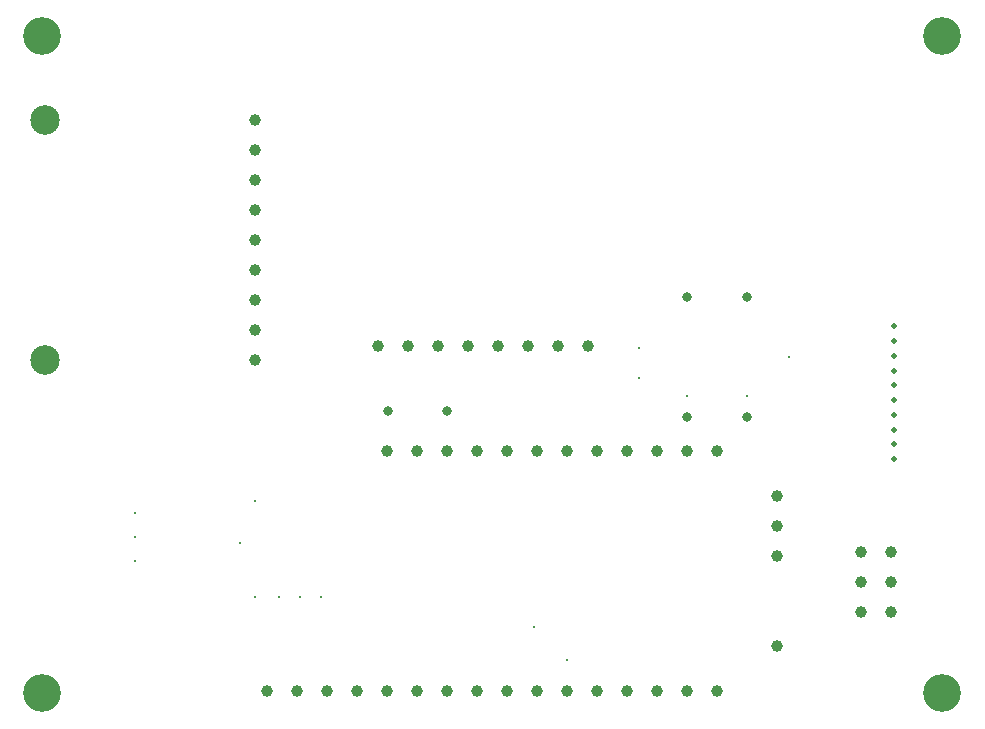
<source format=gbr>
%TF.GenerationSoftware,KiCad,Pcbnew,9.0.4*%
%TF.CreationDate,2025-11-11T21:53:38-08:00*%
%TF.ProjectId,latex-launch-2-pcb,6c617465-782d-46c6-9175-6e63682d322d,rev?*%
%TF.SameCoordinates,Original*%
%TF.FileFunction,Plated,1,4,PTH,Drill*%
%TF.FilePolarity,Positive*%
%FSLAX46Y46*%
G04 Gerber Fmt 4.6, Leading zero omitted, Abs format (unit mm)*
G04 Created by KiCad (PCBNEW 9.0.4) date 2025-11-11 21:53:38*
%MOMM*%
%LPD*%
G01*
G04 APERTURE LIST*
%TA.AperFunction,ViaDrill*%
%ADD10C,0.300000*%
%TD*%
%TA.AperFunction,ComponentDrill*%
%ADD11C,0.500000*%
%TD*%
%TA.AperFunction,ComponentDrill*%
%ADD12C,0.800000*%
%TD*%
%TA.AperFunction,ComponentDrill*%
%ADD13C,1.000000*%
%TD*%
%TA.AperFunction,ComponentDrill*%
%ADD14C,2.500000*%
%TD*%
%TA.AperFunction,ComponentDrill*%
%ADD15C,3.200000*%
%TD*%
G04 APERTURE END LIST*
D10*
X122428000Y-114300000D03*
X122428000Y-116332000D03*
X122428000Y-118364000D03*
X131318000Y-116840000D03*
X131318000Y-116840000D03*
X132588000Y-113284000D03*
X132588000Y-121412000D03*
X134620000Y-121412000D03*
X136398000Y-121412000D03*
X138176000Y-121412000D03*
X156210000Y-123952000D03*
X159004000Y-126746000D03*
X165100000Y-100330000D03*
X165100000Y-102870000D03*
X169164000Y-104394000D03*
X174244000Y-104394000D03*
X177800000Y-101092000D03*
D11*
%TO.C,J1*%
X186637000Y-98515000D03*
X186637000Y-99765000D03*
X186637000Y-101015000D03*
X186637000Y-102265000D03*
X186637000Y-103515000D03*
X186637000Y-104765000D03*
X186637000Y-106015000D03*
X186637000Y-107265000D03*
X186637000Y-108515000D03*
X186637000Y-109765000D03*
D12*
%TO.C,C1*%
X143804000Y-105664000D03*
X148804000Y-105664000D03*
%TO.C,R2*%
X169164000Y-96012000D03*
X169164000Y-106172000D03*
%TO.C,R1*%
X174244000Y-96012000D03*
X174244000Y-106172000D03*
D13*
%TO.C,J5*%
X132588000Y-81026000D03*
X132588000Y-83566000D03*
X132588000Y-86106000D03*
X132588000Y-88646000D03*
X132588000Y-91186000D03*
X132588000Y-93726000D03*
X132588000Y-96266000D03*
X132588000Y-98806000D03*
X132588000Y-101346000D03*
%TO.C,A1*%
X133604000Y-129432500D03*
X136144000Y-129432500D03*
X138684000Y-129432500D03*
X141224000Y-129432500D03*
%TO.C,J6*%
X142970000Y-100203000D03*
%TO.C,A1*%
X143764000Y-109112500D03*
X143764000Y-129432500D03*
%TO.C,J6*%
X145510000Y-100203000D03*
%TO.C,A1*%
X146304000Y-109112500D03*
X146304000Y-129432500D03*
%TO.C,J6*%
X148050000Y-100203000D03*
%TO.C,A1*%
X148844000Y-109112500D03*
X148844000Y-129432500D03*
%TO.C,J6*%
X150590000Y-100203000D03*
%TO.C,A1*%
X151384000Y-109112500D03*
X151384000Y-129432500D03*
%TO.C,J6*%
X153130000Y-100203000D03*
%TO.C,A1*%
X153924000Y-109112500D03*
X153924000Y-129432500D03*
%TO.C,J6*%
X155670000Y-100203000D03*
%TO.C,A1*%
X156464000Y-109112500D03*
X156464000Y-129432500D03*
%TO.C,J6*%
X158210000Y-100203000D03*
%TO.C,A1*%
X159004000Y-109112500D03*
X159004000Y-129432500D03*
%TO.C,J6*%
X160750000Y-100203000D03*
%TO.C,A1*%
X161544000Y-109112500D03*
X161544000Y-129432500D03*
X164084000Y-109112500D03*
X164084000Y-129432500D03*
X166624000Y-109112500D03*
X166624000Y-129432500D03*
X169164000Y-109112500D03*
X169164000Y-129432500D03*
X171704000Y-109112500D03*
X171704000Y-129432500D03*
X176784000Y-112922500D03*
X176784000Y-115462500D03*
X176784000Y-118002500D03*
X176784000Y-125622500D03*
%TO.C,J2*%
X183896000Y-117602000D03*
X183896000Y-120142000D03*
X183896000Y-122682000D03*
X186436000Y-117602000D03*
X186436000Y-120142000D03*
X186436000Y-122682000D03*
D14*
%TO.C,J5*%
X114808000Y-81026000D03*
X114808000Y-101346000D03*
D15*
%TO.C,H1*%
X114554000Y-73914000D03*
%TO.C,H2*%
X114554000Y-129540000D03*
%TO.C,H4*%
X190754000Y-73914000D03*
%TO.C,H3*%
X190754000Y-129540000D03*
M02*

</source>
